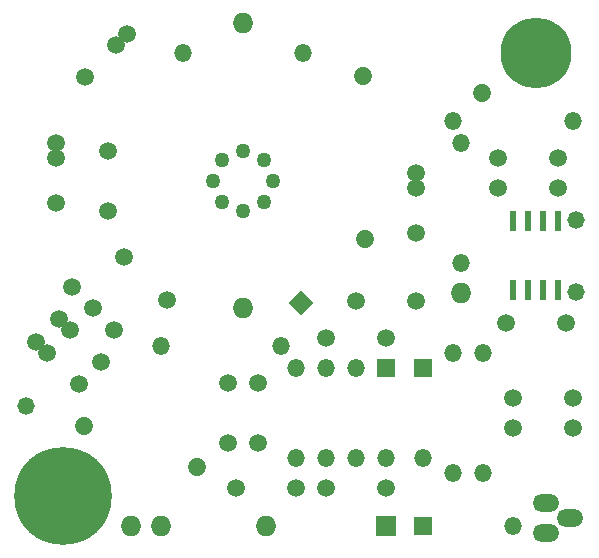
<source format=gts>
G04 (created by PCBNEW (22-Jun-2014 BZR 4027)-stable) date Thu 15 Feb 2018 05:40:34 PM CST*
%MOIN*%
G04 Gerber Fmt 3.4, Leading zero omitted, Abs format*
%FSLAX34Y34*%
G01*
G70*
G90*
G04 APERTURE LIST*
%ADD10C,0.00590551*%
%ADD11O,0.0885X0.059*%
%ADD12O,0.059X0.059*%
%ADD13C,0.059*%
%ADD14C,0.05*%
%ADD15R,0.059X0.059*%
%ADD16O,0.069X0.069*%
%ADD17C,0.23622*%
%ADD18C,0.059*%
%ADD19R,0.069X0.069*%
%ADD20C,0.325*%
%ADD21R,0.019X0.07*%
%ADD22O,0.058X0.058*%
G04 APERTURE END LIST*
G54D10*
G54D11*
X95852Y-43250D03*
X96647Y-43750D03*
X95852Y-44250D03*
G54D12*
X92750Y-38250D03*
X92750Y-42250D03*
X93750Y-42250D03*
X93750Y-38250D03*
X83000Y-38000D03*
X87000Y-38000D03*
X83750Y-28250D03*
X87750Y-28250D03*
G54D13*
X84200Y-42050D02*
X84200Y-42050D01*
X80441Y-40681D02*
X80441Y-40681D01*
G54D14*
X85042Y-31792D03*
X86457Y-31792D03*
X86739Y-32500D03*
X85750Y-31510D03*
X86457Y-33207D03*
X85750Y-33489D03*
X85042Y-33207D03*
X84760Y-32500D03*
G54D15*
X90500Y-38750D03*
G54D12*
X89500Y-38750D03*
X88500Y-38750D03*
X87500Y-38750D03*
X87500Y-41750D03*
X88500Y-41750D03*
X90500Y-41750D03*
X89500Y-41750D03*
G54D16*
X83000Y-44000D03*
X82000Y-44000D03*
G54D17*
X95500Y-28250D03*
G54D18*
X94750Y-40750D03*
X96750Y-40750D03*
X91500Y-36500D03*
X89500Y-36500D03*
X85250Y-41250D03*
X85250Y-39250D03*
X86250Y-41250D03*
X86250Y-39250D03*
X88500Y-42750D03*
X90500Y-42750D03*
X81792Y-35042D03*
X83207Y-36457D03*
X81250Y-31500D03*
X81250Y-33500D03*
X96750Y-39750D03*
X94750Y-39750D03*
X90500Y-37750D03*
X88500Y-37750D03*
X87500Y-42750D03*
X85500Y-42750D03*
G54D16*
X85750Y-36750D03*
G54D19*
X90500Y-44000D03*
G54D16*
X86500Y-44000D03*
G54D15*
X91750Y-38750D03*
G54D12*
X91750Y-41750D03*
G54D10*
G36*
X87689Y-36143D02*
X88106Y-36560D01*
X87689Y-36977D01*
X87272Y-36560D01*
X87689Y-36143D01*
X87689Y-36143D01*
G37*
G54D13*
X89810Y-34439D02*
X89810Y-34439D01*
G54D15*
X91750Y-44000D03*
G54D12*
X94750Y-44000D03*
G54D18*
X81883Y-27616D03*
X80469Y-29030D03*
X81530Y-27969D03*
X79500Y-31250D03*
X79500Y-33250D03*
X79500Y-31750D03*
X91500Y-32250D03*
X91500Y-34250D03*
X91500Y-32750D03*
G54D20*
X79750Y-43000D03*
G54D16*
X85750Y-27250D03*
G54D21*
X96250Y-33850D03*
X95750Y-33850D03*
X95250Y-33850D03*
X94750Y-33850D03*
X94750Y-36150D03*
X95250Y-36150D03*
X95750Y-36150D03*
X96250Y-36150D03*
G54D13*
X89750Y-29000D02*
X89750Y-29000D01*
X93711Y-29556D02*
X93711Y-29556D01*
G54D12*
X96750Y-30500D03*
X92750Y-30500D03*
X93000Y-31250D03*
X93000Y-35250D03*
G54D18*
X94250Y-31750D03*
X96250Y-31750D03*
X96250Y-32750D03*
X94250Y-32750D03*
X96500Y-37250D03*
X94500Y-37250D03*
G54D16*
X93000Y-36250D03*
G54D18*
X79616Y-37116D03*
X81030Y-38530D03*
X79969Y-37469D03*
X78866Y-37866D03*
X80280Y-39280D03*
X79219Y-38219D03*
X80042Y-36042D03*
X81457Y-37457D03*
X80750Y-36750D03*
G54D22*
X96850Y-33800D03*
X96850Y-36200D03*
X78500Y-40000D03*
M02*

</source>
